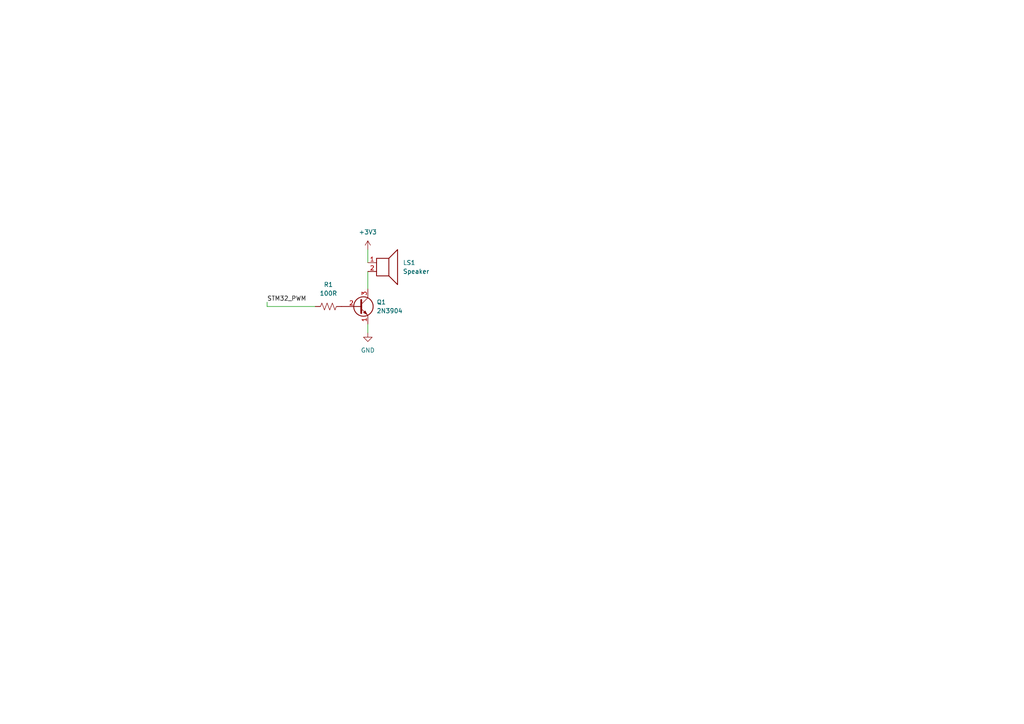
<source format=kicad_sch>
(kicad_sch (version 20211123) (generator eeschema)
  (paper "A4")
  (lib_symbols
    (symbol "Device:R_US" (pin_numbers hide) (pin_names (offset 0))
      (property "Reference" "R" (at 2.54 0 90))
      (property "Value" "R_US" (at -2.54 0 90))
      (symbol "R_US_0_1"
        (polyline (pts (xy 0 -2.286) (xy 0 -2.54)))
        (polyline (pts (xy 0 2.286) (xy 0 2.54)))
        (polyline (pts (xy 0 -0.762) (xy 1.016 -1.143) (xy 0 -1.524) (xy -1.016 -1.905) (xy 0 -2.286)))
        (polyline (pts (xy 0 0.762) (xy 1.016 0.381) (xy 0 0) (xy -1.016 -0.381) (xy 0 -0.762)))
        (polyline (pts (xy 0 2.286) (xy 1.016 1.905) (xy 0 1.524) (xy -1.016 1.143) (xy 0 0.762)))
      )
      (symbol "R_US_1_1"
        (pin passive line (at 0 3.81 270) (length 1.27) (name "~") (number "1"))
        (pin passive line (at 0 -3.81 90) (length 1.27) (name "~") (number "2"))
      )
    )
    (symbol "Device:Speaker" (pin_names (offset 0) hide)
      (property "Reference" "LS" (at 1.27 5.715 0))
      (property "Value" "Speaker" (at 1.27 3.81 0))
      (symbol "Speaker_0_0"
        (rectangle (start -2.54 1.27) (end 1.016 -3.81) (stroke (width 0.254)))
        (polyline (pts (xy 1.016 1.27) (xy 3.556 3.81) (xy 3.556 -6.35) (xy 1.016 -3.81)) (stroke (width 0.254)))
      )
      (symbol "Speaker_1_1"
        (pin input line (at -5.08 0 0) (length 2.54) (name "1") (number "1"))
        (pin input line (at -5.08 -2.54 0) (length 2.54) (name "2") (number "2"))
      )
    )
    (symbol "Transistor_BJT:2N3904" (pin_names (offset 0) hide)
      (property "Reference" "Q" (at 5.08 1.905 0))
      (property "Value" "2N3904" (at 5.08 0 0))
      (symbol "2N3904_0_1"
        (polyline (pts (xy 0.635 0.635) (xy 2.54 2.54)))
        (polyline (pts (xy 0.635 -0.635) (xy 2.54 -2.54) (xy 2.54 -2.54)))
        (polyline (pts (xy 0.635 1.905) (xy 0.635 -1.905) (xy 0.635 -1.905)) (stroke (width 0.508)))
        (polyline (pts (xy 1.27 -1.778) (xy 1.778 -1.27) (xy 2.286 -2.286) (xy 1.27 -1.778) (xy 1.27 -1.778)) (fill (type outline)))
        (circle (center 1.27 0) (radius 2.8194) (stroke (width 0.254)))
      )
      (symbol "2N3904_1_1"
        (pin passive line (at 2.54 -5.08 90) (length 2.54) (name "E") (number "1"))
        (pin passive line (at -5.08 0 0) (length 5.715) (name "B") (number "2"))
        (pin passive line (at 2.54 5.08 270) (length 2.54) (name "C") (number "3"))
      )
    )
    (symbol "power:+3.3V" (power) (pin_names (offset 0))
      (property "Value" "+3.3V" (at 0 3.556 0))
      (symbol "+3.3V_0_1"
        (polyline (pts (xy -0.762 1.27) (xy 0 2.54)))
        (polyline (pts (xy 0 0) (xy 0 2.54)))
        (polyline (pts (xy 0 2.54) (xy 0.762 1.27)))
      )
      (symbol "+3.3V_1_1"
        (pin power_in line (at 0 0 90) (length 0) hide (name "+3V3") (number "1"))
      )
    )
    (symbol "power:GND" (power) (pin_names (offset 0))
      (property "Value" "GND" (at 0 -3.81 0))
      (symbol "GND_0_1"
        (polyline (pts (xy 0 0) (xy 0 -1.27) (xy 1.27 -1.27) (xy 0 -2.54) (xy -1.27 -1.27) (xy 0 -1.27)))
      )
      (symbol "GND_1_1"
        (pin power_in line (at 0 0 270) (length 0) hide (name "GND") (number "1"))
      )
    )
  )
  (wire (pts (xy 106.68 78.74) (xy 106.68 83.82)))
  (wire (pts (xy 77.47 88.9) (xy 91.44 88.9)))
  (wire (pts (xy 77.47 87.63) (xy 77.47 88.9)))
  (wire (pts (xy 106.68 72.39) (xy 106.68 76.2)))
  (wire (pts (xy 106.68 93.98) (xy 106.68 96.52)))
  (label "STM32_PWM" (at 77.47 87.63 0))
  (symbol (lib_id "Device:Speaker") (at 111.76 76.2 0) (unit 1)
    (property "Reference" "LS1" (at 116.84 76.1999 0) (effects (justify left)))
    (property "Value" "Speaker" (at 116.84 78.7399 0) (effects (justify left)))
  )
  (symbol (lib_id "power:GND") (at 106.68 96.52 0) (unit 1)
    (property "Reference" "#PWR02" (effects hide))
    (property "Value" "GND" (at 106.68 101.6 0))
  )
  (symbol (lib_id "power:+3.3V") (at 106.68 72.39 0) (unit 1)
    (property "Reference" "#PWR01" (effects hide))
    (property "Value" "+3.3V" (at 106.68 67.31 0))
  )
  (symbol (lib_id "Device:R_US") (at 95.25 88.9 90) (unit 1)
    (property "Reference" "R1" (at 95.25 82.55 90))
    (property "Value" "100R" (at 95.25 85.09 90))
  )
  (symbol (lib_id "Transistor_BJT:2N3904") (at 104.14 88.9 0) (unit 1)
    (property "Reference" "Q1" (at 109.22 87.6299 0) (effects (justify left)))
    (property "Value" "2N3904" (at 109.22 90.1699 0) (effects (justify left)))
    (property "Footprint" "Package_TO_SOT_THT:TO-92_Inline" (effects hide))
    (property "Datasheet" "https://www.onsemi.com/pub/Collateral/2N3903-D.PDF" (effects hide))
  )
)
</source>
